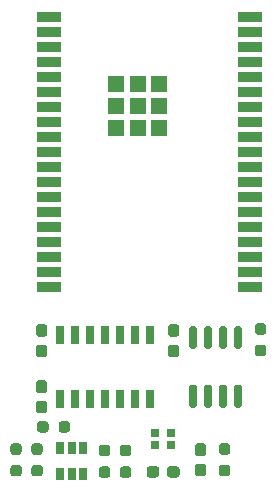
<source format=gtp>
G04 #@! TF.GenerationSoftware,KiCad,Pcbnew,(5.1.10)-1*
G04 #@! TF.CreationDate,2021-08-06T13:08:38+02:00*
G04 #@! TF.ProjectId,esp32,65737033-322e-46b6-9963-61645f706362,rev?*
G04 #@! TF.SameCoordinates,Original*
G04 #@! TF.FileFunction,Paste,Top*
G04 #@! TF.FilePolarity,Positive*
%FSLAX46Y46*%
G04 Gerber Fmt 4.6, Leading zero omitted, Abs format (unit mm)*
G04 Created by KiCad (PCBNEW (5.1.10)-1) date 2021-08-06 13:08:38*
%MOMM*%
%LPD*%
G01*
G04 APERTURE LIST*
%ADD10R,2.000000X0.900000*%
%ADD11R,1.330000X1.330000*%
%ADD12R,0.650000X1.500000*%
%ADD13R,0.750000X0.700000*%
%ADD14R,0.650000X1.060000*%
G04 APERTURE END LIST*
G36*
G01*
X105133000Y-91546000D02*
X105433000Y-91546000D01*
G75*
G02*
X105583000Y-91696000I0J-150000D01*
G01*
X105583000Y-93346000D01*
G75*
G02*
X105433000Y-93496000I-150000J0D01*
G01*
X105133000Y-93496000D01*
G75*
G02*
X104983000Y-93346000I0J150000D01*
G01*
X104983000Y-91696000D01*
G75*
G02*
X105133000Y-91546000I150000J0D01*
G01*
G37*
G36*
G01*
X103863000Y-91546000D02*
X104163000Y-91546000D01*
G75*
G02*
X104313000Y-91696000I0J-150000D01*
G01*
X104313000Y-93346000D01*
G75*
G02*
X104163000Y-93496000I-150000J0D01*
G01*
X103863000Y-93496000D01*
G75*
G02*
X103713000Y-93346000I0J150000D01*
G01*
X103713000Y-91696000D01*
G75*
G02*
X103863000Y-91546000I150000J0D01*
G01*
G37*
G36*
G01*
X102593000Y-91546000D02*
X102893000Y-91546000D01*
G75*
G02*
X103043000Y-91696000I0J-150000D01*
G01*
X103043000Y-93346000D01*
G75*
G02*
X102893000Y-93496000I-150000J0D01*
G01*
X102593000Y-93496000D01*
G75*
G02*
X102443000Y-93346000I0J150000D01*
G01*
X102443000Y-91696000D01*
G75*
G02*
X102593000Y-91546000I150000J0D01*
G01*
G37*
G36*
G01*
X101323000Y-91546000D02*
X101623000Y-91546000D01*
G75*
G02*
X101773000Y-91696000I0J-150000D01*
G01*
X101773000Y-93346000D01*
G75*
G02*
X101623000Y-93496000I-150000J0D01*
G01*
X101323000Y-93496000D01*
G75*
G02*
X101173000Y-93346000I0J150000D01*
G01*
X101173000Y-91696000D01*
G75*
G02*
X101323000Y-91546000I150000J0D01*
G01*
G37*
G36*
G01*
X101323000Y-96496000D02*
X101623000Y-96496000D01*
G75*
G02*
X101773000Y-96646000I0J-150000D01*
G01*
X101773000Y-98296000D01*
G75*
G02*
X101623000Y-98446000I-150000J0D01*
G01*
X101323000Y-98446000D01*
G75*
G02*
X101173000Y-98296000I0J150000D01*
G01*
X101173000Y-96646000D01*
G75*
G02*
X101323000Y-96496000I150000J0D01*
G01*
G37*
G36*
G01*
X102593000Y-96496000D02*
X102893000Y-96496000D01*
G75*
G02*
X103043000Y-96646000I0J-150000D01*
G01*
X103043000Y-98296000D01*
G75*
G02*
X102893000Y-98446000I-150000J0D01*
G01*
X102593000Y-98446000D01*
G75*
G02*
X102443000Y-98296000I0J150000D01*
G01*
X102443000Y-96646000D01*
G75*
G02*
X102593000Y-96496000I150000J0D01*
G01*
G37*
G36*
G01*
X103863000Y-96496000D02*
X104163000Y-96496000D01*
G75*
G02*
X104313000Y-96646000I0J-150000D01*
G01*
X104313000Y-98296000D01*
G75*
G02*
X104163000Y-98446000I-150000J0D01*
G01*
X103863000Y-98446000D01*
G75*
G02*
X103713000Y-98296000I0J150000D01*
G01*
X103713000Y-96646000D01*
G75*
G02*
X103863000Y-96496000I150000J0D01*
G01*
G37*
G36*
G01*
X105133000Y-96496000D02*
X105433000Y-96496000D01*
G75*
G02*
X105583000Y-96646000I0J-150000D01*
G01*
X105583000Y-98296000D01*
G75*
G02*
X105433000Y-98446000I-150000J0D01*
G01*
X105133000Y-98446000D01*
G75*
G02*
X104983000Y-98296000I0J150000D01*
G01*
X104983000Y-96646000D01*
G75*
G02*
X105133000Y-96496000I150000J0D01*
G01*
G37*
D10*
X89290000Y-65400000D03*
X89290000Y-66670000D03*
X89290000Y-67940000D03*
X89290000Y-69210000D03*
X89290000Y-70480000D03*
X89290000Y-71750000D03*
X89290000Y-73020000D03*
X89290000Y-74290000D03*
X89290000Y-75560000D03*
X89290000Y-76830000D03*
X89290000Y-78100000D03*
X89290000Y-79370000D03*
X89290000Y-80640000D03*
X89290000Y-81910000D03*
X89290000Y-83180000D03*
X89290000Y-84450000D03*
X89290000Y-85720000D03*
X89290000Y-86990000D03*
X89290000Y-88260000D03*
X106290000Y-88260000D03*
X106290000Y-86990000D03*
X106290000Y-85720000D03*
X106290000Y-84450000D03*
X106290000Y-83180000D03*
X106290000Y-81910000D03*
X106290000Y-80640000D03*
X106290000Y-79370000D03*
X106290000Y-78100000D03*
X106290000Y-76830000D03*
X106290000Y-75560000D03*
X106290000Y-74290000D03*
X106290000Y-73020000D03*
X106290000Y-71750000D03*
X106290000Y-70480000D03*
X106290000Y-69210000D03*
X106290000Y-67940000D03*
X106290000Y-66670000D03*
X106290000Y-65400000D03*
D11*
X96790000Y-72900000D03*
X94955000Y-71065000D03*
X94955000Y-72900000D03*
X94955000Y-74735000D03*
X96790000Y-74735000D03*
X98625000Y-74735000D03*
X98625000Y-72900000D03*
X98625000Y-71065000D03*
X96790000Y-71065000D03*
D12*
X90170000Y-97696000D03*
X91440000Y-97696000D03*
X92710000Y-97696000D03*
X93980000Y-97696000D03*
X95250000Y-97696000D03*
X96520000Y-97696000D03*
X97790000Y-97696000D03*
X97790000Y-92296000D03*
X96520000Y-92296000D03*
X95250000Y-92296000D03*
X93980000Y-92296000D03*
X92710000Y-92296000D03*
X91440000Y-92296000D03*
X90170000Y-92296000D03*
D13*
X99608000Y-100592000D03*
X98258000Y-100592000D03*
X98258000Y-101592000D03*
X99608000Y-101592000D03*
D14*
X90236000Y-104097000D03*
X91186000Y-104097000D03*
X92136000Y-104097000D03*
X92136000Y-101897000D03*
X90236000Y-101897000D03*
X91186000Y-101897000D03*
G36*
G01*
X98608000Y-103648500D02*
X98608000Y-104123500D01*
G75*
G02*
X98370500Y-104361000I-237500J0D01*
G01*
X97770500Y-104361000D01*
G75*
G02*
X97533000Y-104123500I0J237500D01*
G01*
X97533000Y-103648500D01*
G75*
G02*
X97770500Y-103411000I237500J0D01*
G01*
X98370500Y-103411000D01*
G75*
G02*
X98608000Y-103648500I0J-237500D01*
G01*
G37*
G36*
G01*
X100333000Y-103648500D02*
X100333000Y-104123500D01*
G75*
G02*
X100095500Y-104361000I-237500J0D01*
G01*
X99495500Y-104361000D01*
G75*
G02*
X99258000Y-104123500I0J237500D01*
G01*
X99258000Y-103648500D01*
G75*
G02*
X99495500Y-103411000I237500J0D01*
G01*
X100095500Y-103411000D01*
G75*
G02*
X100333000Y-103648500I0J-237500D01*
G01*
G37*
G36*
G01*
X101870500Y-101470000D02*
X102345500Y-101470000D01*
G75*
G02*
X102583000Y-101707500I0J-237500D01*
G01*
X102583000Y-102307500D01*
G75*
G02*
X102345500Y-102545000I-237500J0D01*
G01*
X101870500Y-102545000D01*
G75*
G02*
X101633000Y-102307500I0J237500D01*
G01*
X101633000Y-101707500D01*
G75*
G02*
X101870500Y-101470000I237500J0D01*
G01*
G37*
G36*
G01*
X101870500Y-103195000D02*
X102345500Y-103195000D01*
G75*
G02*
X102583000Y-103432500I0J-237500D01*
G01*
X102583000Y-104032500D01*
G75*
G02*
X102345500Y-104270000I-237500J0D01*
G01*
X101870500Y-104270000D01*
G75*
G02*
X101633000Y-104032500I0J237500D01*
G01*
X101633000Y-103432500D01*
G75*
G02*
X101870500Y-103195000I237500J0D01*
G01*
G37*
G36*
G01*
X99584500Y-93101000D02*
X100059500Y-93101000D01*
G75*
G02*
X100297000Y-93338500I0J-237500D01*
G01*
X100297000Y-93938500D01*
G75*
G02*
X100059500Y-94176000I-237500J0D01*
G01*
X99584500Y-94176000D01*
G75*
G02*
X99347000Y-93938500I0J237500D01*
G01*
X99347000Y-93338500D01*
G75*
G02*
X99584500Y-93101000I237500J0D01*
G01*
G37*
G36*
G01*
X99584500Y-91376000D02*
X100059500Y-91376000D01*
G75*
G02*
X100297000Y-91613500I0J-237500D01*
G01*
X100297000Y-92213500D01*
G75*
G02*
X100059500Y-92451000I-237500J0D01*
G01*
X99584500Y-92451000D01*
G75*
G02*
X99347000Y-92213500I0J237500D01*
G01*
X99347000Y-91613500D01*
G75*
G02*
X99584500Y-91376000I237500J0D01*
G01*
G37*
G36*
G01*
X88408500Y-91376000D02*
X88883500Y-91376000D01*
G75*
G02*
X89121000Y-91613500I0J-237500D01*
G01*
X89121000Y-92213500D01*
G75*
G02*
X88883500Y-92451000I-237500J0D01*
G01*
X88408500Y-92451000D01*
G75*
G02*
X88171000Y-92213500I0J237500D01*
G01*
X88171000Y-91613500D01*
G75*
G02*
X88408500Y-91376000I237500J0D01*
G01*
G37*
G36*
G01*
X88408500Y-93101000D02*
X88883500Y-93101000D01*
G75*
G02*
X89121000Y-93338500I0J-237500D01*
G01*
X89121000Y-93938500D01*
G75*
G02*
X88883500Y-94176000I-237500J0D01*
G01*
X88408500Y-94176000D01*
G75*
G02*
X88171000Y-93938500I0J237500D01*
G01*
X88171000Y-93338500D01*
G75*
G02*
X88408500Y-93101000I237500J0D01*
G01*
G37*
G36*
G01*
X88883500Y-98936000D02*
X88408500Y-98936000D01*
G75*
G02*
X88171000Y-98698500I0J237500D01*
G01*
X88171000Y-98098500D01*
G75*
G02*
X88408500Y-97861000I237500J0D01*
G01*
X88883500Y-97861000D01*
G75*
G02*
X89121000Y-98098500I0J-237500D01*
G01*
X89121000Y-98698500D01*
G75*
G02*
X88883500Y-98936000I-237500J0D01*
G01*
G37*
G36*
G01*
X88883500Y-97211000D02*
X88408500Y-97211000D01*
G75*
G02*
X88171000Y-96973500I0J237500D01*
G01*
X88171000Y-96373500D01*
G75*
G02*
X88408500Y-96136000I237500J0D01*
G01*
X88883500Y-96136000D01*
G75*
G02*
X89121000Y-96373500I0J-237500D01*
G01*
X89121000Y-96973500D01*
G75*
G02*
X88883500Y-97211000I-237500J0D01*
G01*
G37*
G36*
G01*
X94217500Y-104397000D02*
X93742500Y-104397000D01*
G75*
G02*
X93505000Y-104159500I0J237500D01*
G01*
X93505000Y-103659500D01*
G75*
G02*
X93742500Y-103422000I237500J0D01*
G01*
X94217500Y-103422000D01*
G75*
G02*
X94455000Y-103659500I0J-237500D01*
G01*
X94455000Y-104159500D01*
G75*
G02*
X94217500Y-104397000I-237500J0D01*
G01*
G37*
G36*
G01*
X94217500Y-102572000D02*
X93742500Y-102572000D01*
G75*
G02*
X93505000Y-102334500I0J237500D01*
G01*
X93505000Y-101834500D01*
G75*
G02*
X93742500Y-101597000I237500J0D01*
G01*
X94217500Y-101597000D01*
G75*
G02*
X94455000Y-101834500I0J-237500D01*
G01*
X94455000Y-102334500D01*
G75*
G02*
X94217500Y-102572000I-237500J0D01*
G01*
G37*
G36*
G01*
X88502500Y-102445000D02*
X88027500Y-102445000D01*
G75*
G02*
X87790000Y-102207500I0J237500D01*
G01*
X87790000Y-101707500D01*
G75*
G02*
X88027500Y-101470000I237500J0D01*
G01*
X88502500Y-101470000D01*
G75*
G02*
X88740000Y-101707500I0J-237500D01*
G01*
X88740000Y-102207500D01*
G75*
G02*
X88502500Y-102445000I-237500J0D01*
G01*
G37*
G36*
G01*
X88502500Y-104270000D02*
X88027500Y-104270000D01*
G75*
G02*
X87790000Y-104032500I0J237500D01*
G01*
X87790000Y-103532500D01*
G75*
G02*
X88027500Y-103295000I237500J0D01*
G01*
X88502500Y-103295000D01*
G75*
G02*
X88740000Y-103532500I0J-237500D01*
G01*
X88740000Y-104032500D01*
G75*
G02*
X88502500Y-104270000I-237500J0D01*
G01*
G37*
G36*
G01*
X86249500Y-101470000D02*
X86724500Y-101470000D01*
G75*
G02*
X86962000Y-101707500I0J-237500D01*
G01*
X86962000Y-102207500D01*
G75*
G02*
X86724500Y-102445000I-237500J0D01*
G01*
X86249500Y-102445000D01*
G75*
G02*
X86012000Y-102207500I0J237500D01*
G01*
X86012000Y-101707500D01*
G75*
G02*
X86249500Y-101470000I237500J0D01*
G01*
G37*
G36*
G01*
X86249500Y-103295000D02*
X86724500Y-103295000D01*
G75*
G02*
X86962000Y-103532500I0J-237500D01*
G01*
X86962000Y-104032500D01*
G75*
G02*
X86724500Y-104270000I-237500J0D01*
G01*
X86249500Y-104270000D01*
G75*
G02*
X86012000Y-104032500I0J237500D01*
G01*
X86012000Y-103532500D01*
G75*
G02*
X86249500Y-103295000I237500J0D01*
G01*
G37*
G36*
G01*
X95520500Y-103422000D02*
X95995500Y-103422000D01*
G75*
G02*
X96233000Y-103659500I0J-237500D01*
G01*
X96233000Y-104159500D01*
G75*
G02*
X95995500Y-104397000I-237500J0D01*
G01*
X95520500Y-104397000D01*
G75*
G02*
X95283000Y-104159500I0J237500D01*
G01*
X95283000Y-103659500D01*
G75*
G02*
X95520500Y-103422000I237500J0D01*
G01*
G37*
G36*
G01*
X95520500Y-101597000D02*
X95995500Y-101597000D01*
G75*
G02*
X96233000Y-101834500I0J-237500D01*
G01*
X96233000Y-102334500D01*
G75*
G02*
X95995500Y-102572000I-237500J0D01*
G01*
X95520500Y-102572000D01*
G75*
G02*
X95283000Y-102334500I0J237500D01*
G01*
X95283000Y-101834500D01*
G75*
G02*
X95520500Y-101597000I237500J0D01*
G01*
G37*
G36*
G01*
X107425500Y-94110000D02*
X106950500Y-94110000D01*
G75*
G02*
X106713000Y-93872500I0J237500D01*
G01*
X106713000Y-93372500D01*
G75*
G02*
X106950500Y-93135000I237500J0D01*
G01*
X107425500Y-93135000D01*
G75*
G02*
X107663000Y-93372500I0J-237500D01*
G01*
X107663000Y-93872500D01*
G75*
G02*
X107425500Y-94110000I-237500J0D01*
G01*
G37*
G36*
G01*
X107425500Y-92285000D02*
X106950500Y-92285000D01*
G75*
G02*
X106713000Y-92047500I0J237500D01*
G01*
X106713000Y-91547500D01*
G75*
G02*
X106950500Y-91310000I237500J0D01*
G01*
X107425500Y-91310000D01*
G75*
G02*
X107663000Y-91547500I0J-237500D01*
G01*
X107663000Y-92047500D01*
G75*
G02*
X107425500Y-92285000I-237500J0D01*
G01*
G37*
G36*
G01*
X104377500Y-102445000D02*
X103902500Y-102445000D01*
G75*
G02*
X103665000Y-102207500I0J237500D01*
G01*
X103665000Y-101707500D01*
G75*
G02*
X103902500Y-101470000I237500J0D01*
G01*
X104377500Y-101470000D01*
G75*
G02*
X104615000Y-101707500I0J-237500D01*
G01*
X104615000Y-102207500D01*
G75*
G02*
X104377500Y-102445000I-237500J0D01*
G01*
G37*
G36*
G01*
X104377500Y-104270000D02*
X103902500Y-104270000D01*
G75*
G02*
X103665000Y-104032500I0J237500D01*
G01*
X103665000Y-103532500D01*
G75*
G02*
X103902500Y-103295000I237500J0D01*
G01*
X104377500Y-103295000D01*
G75*
G02*
X104615000Y-103532500I0J-237500D01*
G01*
X104615000Y-104032500D01*
G75*
G02*
X104377500Y-104270000I-237500J0D01*
G01*
G37*
G36*
G01*
X91062000Y-99838500D02*
X91062000Y-100313500D01*
G75*
G02*
X90824500Y-100551000I-237500J0D01*
G01*
X90324500Y-100551000D01*
G75*
G02*
X90087000Y-100313500I0J237500D01*
G01*
X90087000Y-99838500D01*
G75*
G02*
X90324500Y-99601000I237500J0D01*
G01*
X90824500Y-99601000D01*
G75*
G02*
X91062000Y-99838500I0J-237500D01*
G01*
G37*
G36*
G01*
X89237000Y-99838500D02*
X89237000Y-100313500D01*
G75*
G02*
X88999500Y-100551000I-237500J0D01*
G01*
X88499500Y-100551000D01*
G75*
G02*
X88262000Y-100313500I0J237500D01*
G01*
X88262000Y-99838500D01*
G75*
G02*
X88499500Y-99601000I237500J0D01*
G01*
X88999500Y-99601000D01*
G75*
G02*
X89237000Y-99838500I0J-237500D01*
G01*
G37*
M02*

</source>
